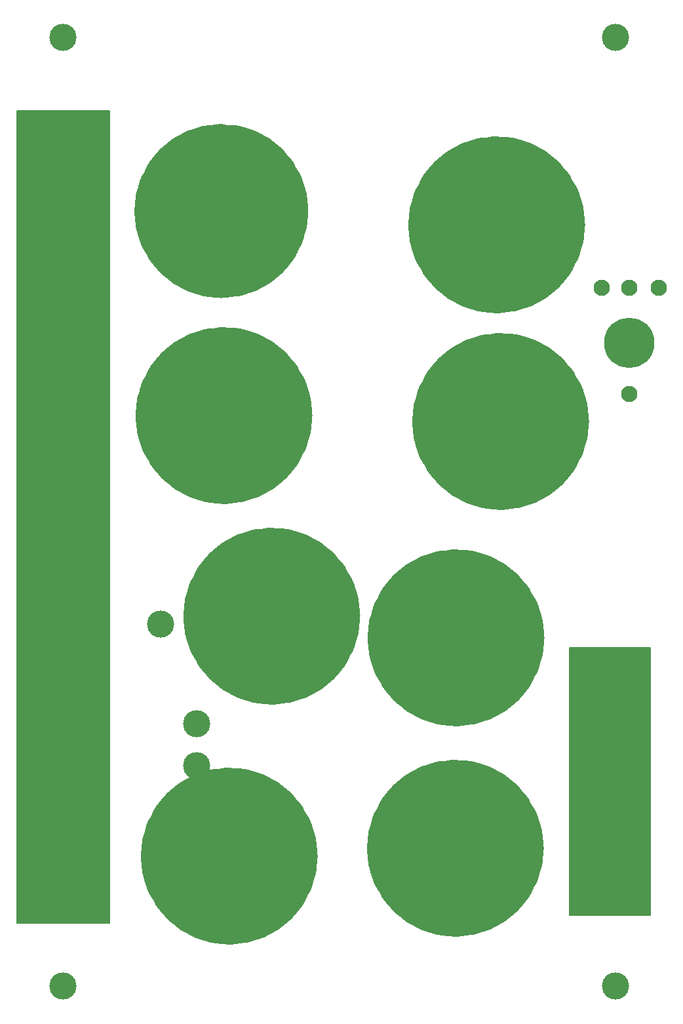
<source format=gbr>
%TF.GenerationSoftware,KiCad,Pcbnew,7.0.2*%
%TF.CreationDate,2023-06-19T12:03:48-04:00*%
%TF.ProjectId,SSI2130_Faceplate,53534932-3133-4305-9f46-616365706c61,rev?*%
%TF.SameCoordinates,Original*%
%TF.FileFunction,Soldermask,Bot*%
%TF.FilePolarity,Negative*%
%FSLAX46Y46*%
G04 Gerber Fmt 4.6, Leading zero omitted, Abs format (unit mm)*
G04 Created by KiCad (PCBNEW 7.0.2) date 2023-06-19 12:03:48*
%MOMM*%
%LPD*%
G01*
G04 APERTURE LIST*
%ADD10C,0.150000*%
%ADD11C,11.425703*%
%ADD12C,11.227885*%
%ADD13C,2.100000*%
%ADD14C,6.500000*%
%ADD15C,8.400000*%
%ADD16C,3.500000*%
%ADD17C,10.000000*%
G04 APERTURE END LIST*
D10*
X175434703Y-81788000D02*
X185848703Y-81788000D01*
X185848703Y-116332000D01*
X175434703Y-116332000D01*
X175434703Y-81788000D01*
G36*
X175434703Y-81788000D02*
G01*
X185848703Y-81788000D01*
X185848703Y-116332000D01*
X175434703Y-116332000D01*
X175434703Y-81788000D01*
G37*
D11*
X166494851Y-80518000D02*
G75*
G03*
X166494851Y-80518000I-5712851J0D01*
G01*
X136522851Y-51816000D02*
G75*
G03*
X136522851Y-51816000I-5712851J0D01*
G01*
D12*
X136090645Y-25400000D02*
G75*
G03*
X136090645Y-25400000I-5613942J0D01*
G01*
D11*
X172257554Y-52578000D02*
G75*
G03*
X172257554Y-52578000I-5712851J0D01*
G01*
D10*
X104060703Y-12446000D02*
X115998703Y-12446000D01*
X115998703Y-117348000D01*
X104060703Y-117348000D01*
X104060703Y-12446000D01*
G36*
X104060703Y-12446000D02*
G01*
X115998703Y-12446000D01*
X115998703Y-117348000D01*
X104060703Y-117348000D01*
X104060703Y-12446000D01*
G37*
D11*
X142698148Y-77724000D02*
G75*
G03*
X142698148Y-77724000I-5712851J0D01*
G01*
X171749554Y-27178000D02*
G75*
G03*
X171749554Y-27178000I-5712851J0D01*
G01*
X137205554Y-108712000D02*
G75*
G03*
X137205554Y-108712000I-5712851J0D01*
G01*
X166415554Y-107696000D02*
G75*
G03*
X166415554Y-107696000I-5712851J0D01*
G01*
D13*
%TO.C,-*%
X183134000Y-49022000D03*
%TD*%
D14*
%TO.C,REF\u002A\u002A*%
X183134000Y-42418000D03*
%TD*%
D13*
%TO.C,-*%
X183134000Y-35306000D03*
%TD*%
%TO.C,-*%
X186944000Y-35306000D03*
%TD*%
%TO.C,-*%
X179578000Y-35306000D03*
%TD*%
D15*
%TO.C,REF*%
X130858000Y-51708000D03*
%TD*%
D16*
%TO.C,REF\u002A\u002A*%
X181400000Y-3000000D03*
%TD*%
D14*
%TO.C,REF\u002A\u002A*%
X180932000Y-88310000D03*
%TD*%
D17*
%TO.C,REF166.43*%
X166430000Y-26040000D03*
%TD*%
D15*
%TO.C,REF\u002A\u002A*%
X130830000Y-24676000D03*
%TD*%
D14*
%TO.C,REF\u002A\u002A*%
X110320000Y-108840000D03*
%TD*%
D16*
%TO.C,REF\u002A\u002A*%
X110000000Y-125500000D03*
%TD*%
%TO.C,Base*%
X127254000Y-97081000D03*
%TD*%
%TO.C,REF\u002A\u002A*%
X110000000Y-3000000D03*
%TD*%
D15*
%TO.C,REF\u002A\u002A*%
X131418000Y-107494000D03*
%TD*%
D14*
%TO.C,REF110.32*%
X110320000Y-86418000D03*
%TD*%
D15*
%TO.C,REF\u002A\u002A*%
X131706000Y-79154000D03*
%TD*%
D14*
%TO.C,REF\u002A\u002A*%
X180932000Y-98724000D03*
%TD*%
D15*
%TO.C,REF\u002A\u002A*%
X167180000Y-51708000D03*
%TD*%
D16*
%TO.C,REF\u002A\u002A*%
X181400000Y-125500000D03*
%TD*%
D14*
%TO.C,REF\u002A\u002A*%
X110320000Y-58294000D03*
%TD*%
D15*
%TO.C,REF\u002A\u002A*%
X161390000Y-107494000D03*
%TD*%
D14*
%TO.C,REF\u002A\u002A*%
X110320000Y-41530000D03*
%TD*%
%TO.C,REF\u002A\u002A*%
X110320000Y-19730000D03*
%TD*%
%TO.C,REF\u002A\u002A*%
X110320000Y-97664000D03*
%TD*%
%TO.C,REF\u002A\u002A*%
X110320000Y-30630000D03*
%TD*%
%TO.C,REF\u002A\u002A*%
X110320000Y-75312000D03*
%TD*%
D16*
%TO.C,HF*%
X122622000Y-78718000D03*
%TD*%
D15*
%TO.C,REF*%
X161418000Y-79154000D03*
%TD*%
D16*
%TO.C,Scale*%
X127281000Y-91600000D03*
%TD*%
D14*
%TO.C,REF\u002A\u002A*%
X180932000Y-109138000D03*
%TD*%
M02*

</source>
